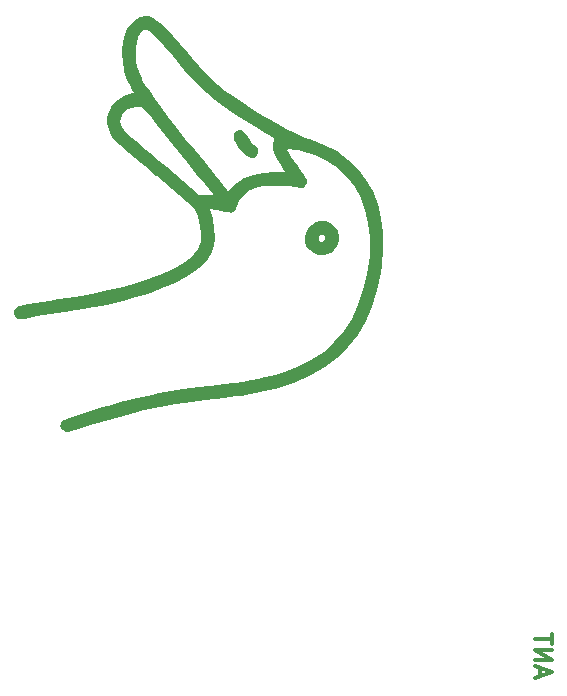
<source format=gbr>
%TF.GenerationSoftware,KiCad,Pcbnew,8.0.8*%
%TF.CreationDate,2025-03-23T00:17:45+01:00*%
%TF.ProjectId,am_receiver_v2,616d5f72-6563-4656-9976-65725f76322e,rev?*%
%TF.SameCoordinates,Original*%
%TF.FileFunction,Legend,Bot*%
%TF.FilePolarity,Positive*%
%FSLAX46Y46*%
G04 Gerber Fmt 4.6, Leading zero omitted, Abs format (unit mm)*
G04 Created by KiCad (PCBNEW 8.0.8) date 2025-03-23 00:17:45*
%MOMM*%
%LPD*%
G01*
G04 APERTURE LIST*
%ADD10C,0.300000*%
%ADD11C,0.000000*%
G04 APERTURE END LIST*
D10*
X70877742Y-86766917D02*
X70877742Y-86052632D01*
X70449171Y-86909774D02*
X71949171Y-86409774D01*
X71949171Y-86409774D02*
X70449171Y-85909774D01*
X70449171Y-85409775D02*
X71949171Y-85409775D01*
X71949171Y-85409775D02*
X70449171Y-84552632D01*
X70449171Y-84552632D02*
X71949171Y-84552632D01*
X71949171Y-84052631D02*
X71949171Y-83195489D01*
X70449171Y-83624060D02*
X71949171Y-83624060D01*
D11*
%TO.C,G\u002A\u002A\u002A*%
G36*
X37476670Y-30885449D02*
G01*
X37783799Y-30928953D01*
X38114270Y-31056684D01*
X38477753Y-31277004D01*
X38883913Y-31598285D01*
X39342420Y-32028891D01*
X39862939Y-32577190D01*
X40455138Y-33251548D01*
X41128686Y-34060333D01*
X41471549Y-34475788D01*
X42038978Y-35137282D01*
X42578769Y-35724720D01*
X43113348Y-36256745D01*
X43665142Y-36751999D01*
X44256580Y-37229123D01*
X44910087Y-37706758D01*
X45648092Y-38203548D01*
X46493021Y-38738135D01*
X47467301Y-39329160D01*
X47934718Y-39606637D01*
X48718078Y-40060224D01*
X49394458Y-40433780D01*
X49984935Y-40737942D01*
X50510584Y-40983350D01*
X50992484Y-41180643D01*
X51451708Y-41340461D01*
X52623949Y-41789307D01*
X53697994Y-42362407D01*
X54649209Y-43048340D01*
X55475095Y-43842699D01*
X56173150Y-44741074D01*
X56740875Y-45739060D01*
X57175768Y-46832245D01*
X57475330Y-48016223D01*
X57637060Y-49286586D01*
X57658458Y-50638924D01*
X57537023Y-52068830D01*
X57453802Y-52633671D01*
X57142165Y-54121197D01*
X56710959Y-55490469D01*
X56158672Y-56743050D01*
X55483793Y-57880500D01*
X54684811Y-58904381D01*
X53760212Y-59816258D01*
X52708488Y-60617691D01*
X51528126Y-61310239D01*
X50217613Y-61895470D01*
X48775438Y-62374940D01*
X47200092Y-62750215D01*
X47181175Y-62753942D01*
X46755370Y-62836507D01*
X46369255Y-62907714D01*
X45996812Y-62971189D01*
X45612034Y-63030561D01*
X45188906Y-63089458D01*
X44701418Y-63151508D01*
X44123557Y-63220340D01*
X43429310Y-63299581D01*
X42592666Y-63392859D01*
X41422713Y-63536892D01*
X40087665Y-63739739D01*
X38750444Y-63986970D01*
X37381331Y-64285125D01*
X35950605Y-64640743D01*
X34428545Y-65060362D01*
X32785432Y-65550520D01*
X32539531Y-65625926D01*
X32031022Y-65779815D01*
X31585125Y-65912026D01*
X31226597Y-66015366D01*
X30980197Y-66082643D01*
X30870684Y-66106666D01*
X30745872Y-66073851D01*
X30547368Y-65935964D01*
X30383920Y-65744655D01*
X30316000Y-65559568D01*
X30324147Y-65450108D01*
X30369115Y-65322822D01*
X30469534Y-65206567D01*
X30643386Y-65092052D01*
X30908647Y-64969984D01*
X31283296Y-64831072D01*
X31785309Y-64666023D01*
X32432666Y-64465544D01*
X33090373Y-64266300D01*
X33936162Y-64015296D01*
X34690420Y-63799393D01*
X35394010Y-63607537D01*
X36087797Y-63428682D01*
X36812650Y-63251776D01*
X37609430Y-63065772D01*
X38035691Y-62968593D01*
X38640769Y-62834463D01*
X39176952Y-62722663D01*
X39678157Y-62627654D01*
X40178302Y-62543897D01*
X40711308Y-62465856D01*
X41311091Y-62387991D01*
X42011570Y-62304764D01*
X42846666Y-62210638D01*
X43095970Y-62182787D01*
X44117405Y-62063932D01*
X44999753Y-61951992D01*
X45767415Y-61843075D01*
X46444790Y-61733286D01*
X47056280Y-61618731D01*
X47626284Y-61495518D01*
X48179203Y-61359754D01*
X49056228Y-61106064D01*
X50364511Y-60613304D01*
X51542157Y-60015663D01*
X52590998Y-59310901D01*
X53512863Y-58496773D01*
X54309582Y-57571038D01*
X54982986Y-56531453D01*
X55534904Y-55375777D01*
X55967168Y-54101767D01*
X56281608Y-52707180D01*
X56480053Y-51189774D01*
X56502093Y-50907077D01*
X56517582Y-49634987D01*
X56392443Y-48437675D01*
X56130180Y-47321600D01*
X55734297Y-46293229D01*
X55208297Y-45359019D01*
X54555684Y-44525435D01*
X53779962Y-43798937D01*
X52884634Y-43185988D01*
X51873203Y-42693050D01*
X51792396Y-42661106D01*
X51368840Y-42511095D01*
X50930308Y-42380064D01*
X50506009Y-42273953D01*
X50125152Y-42198704D01*
X49816947Y-42160259D01*
X49610605Y-42164557D01*
X49535333Y-42217540D01*
X49564609Y-42298092D01*
X49680151Y-42503605D01*
X49868261Y-42800764D01*
X50112662Y-43164840D01*
X50397077Y-43571106D01*
X50705228Y-43994831D01*
X50858904Y-44209015D01*
X51049664Y-44498383D01*
X51180250Y-44726782D01*
X51228666Y-44857944D01*
X51228073Y-44870859D01*
X51165616Y-45046315D01*
X51031671Y-45244245D01*
X50834676Y-45473265D01*
X50121504Y-45355233D01*
X49792462Y-45310089D01*
X49205364Y-45263219D01*
X48589594Y-45247687D01*
X47994008Y-45263027D01*
X47467462Y-45308774D01*
X47058809Y-45384458D01*
X46799491Y-45465191D01*
X46222585Y-45736228D01*
X45764820Y-46094069D01*
X45440687Y-46525527D01*
X45264675Y-47017414D01*
X45183744Y-47241053D01*
X45000210Y-47449028D01*
X44974136Y-47465717D01*
X44870311Y-47517047D01*
X44747217Y-47537610D01*
X44568393Y-47525710D01*
X44509117Y-47515636D01*
X44297376Y-47479651D01*
X43897704Y-47397738D01*
X43599229Y-47336890D01*
X43284187Y-47278130D01*
X43116856Y-47251960D01*
X43064082Y-47243705D01*
X42974134Y-47239644D01*
X42979771Y-47312606D01*
X43029183Y-47504990D01*
X43112581Y-47769692D01*
X43213282Y-48109819D01*
X43348519Y-48878422D01*
X43367496Y-49646509D01*
X43270894Y-50372582D01*
X43059392Y-51015142D01*
X42814990Y-51436734D01*
X42352276Y-51972573D01*
X41728928Y-52494577D01*
X40949716Y-53000044D01*
X40019413Y-53486273D01*
X38942789Y-53950560D01*
X37724617Y-54390207D01*
X36369666Y-54802511D01*
X35920360Y-54925493D01*
X35247993Y-55097668D01*
X34571071Y-55254685D01*
X33856835Y-55403228D01*
X33072528Y-55549980D01*
X32185391Y-55701624D01*
X31162666Y-55864844D01*
X30676156Y-55940992D01*
X30020325Y-56045118D01*
X29393099Y-56146255D01*
X28829171Y-56238751D01*
X28363240Y-56316953D01*
X28030000Y-56375210D01*
X27609273Y-56449086D01*
X27221002Y-56506503D01*
X26945506Y-56527402D01*
X26753818Y-56511684D01*
X26616972Y-56459249D01*
X26506000Y-56370000D01*
X26453647Y-56311457D01*
X26338514Y-56056676D01*
X26370549Y-55802647D01*
X26536957Y-55586475D01*
X26824940Y-55445258D01*
X26907807Y-55425511D01*
X27190546Y-55368164D01*
X27606087Y-55291303D01*
X28131177Y-55198861D01*
X28742563Y-55094768D01*
X29416992Y-54982954D01*
X30131209Y-54867350D01*
X30861963Y-54751885D01*
X31586000Y-54640492D01*
X32979580Y-54405441D01*
X34333409Y-54129366D01*
X35619254Y-53819121D01*
X36824447Y-53479200D01*
X37936322Y-53114098D01*
X38942211Y-52728311D01*
X39829445Y-52326334D01*
X40585359Y-51912662D01*
X41197284Y-51491790D01*
X41652552Y-51068214D01*
X41972149Y-50605071D01*
X42185718Y-50018112D01*
X42249012Y-49360515D01*
X42161639Y-48636922D01*
X41923209Y-47851984D01*
X41658396Y-47165635D01*
X38463698Y-44466974D01*
X38417233Y-44427718D01*
X37776575Y-43885344D01*
X37167650Y-43367840D01*
X36604436Y-42887224D01*
X36100916Y-42455513D01*
X35671068Y-42084724D01*
X35328874Y-41786874D01*
X35088313Y-41573982D01*
X34963365Y-41458064D01*
X34670450Y-41105995D01*
X34388396Y-40565502D01*
X34261992Y-39991278D01*
X34275630Y-39748532D01*
X35393697Y-39748532D01*
X35464869Y-40157241D01*
X35701317Y-40566814D01*
X36101525Y-40972251D01*
X36159620Y-41020903D01*
X36372346Y-41200013D01*
X36690579Y-41468689D01*
X37098155Y-41813254D01*
X37578910Y-42220035D01*
X38116682Y-42675358D01*
X38695306Y-43165549D01*
X39298618Y-43676932D01*
X42058237Y-46016702D01*
X42708166Y-46058412D01*
X42849992Y-46067182D01*
X43116856Y-46078189D01*
X43253067Y-46067973D01*
X43286182Y-46031708D01*
X43243752Y-45964561D01*
X43231826Y-45950419D01*
X42546703Y-45130673D01*
X41806511Y-44232240D01*
X41038958Y-43289522D01*
X40271753Y-42336918D01*
X39532605Y-41408831D01*
X38849221Y-40539662D01*
X38249311Y-39763811D01*
X38078275Y-39542859D01*
X37803527Y-39199363D01*
X37567664Y-38918443D01*
X37391438Y-38724511D01*
X37295602Y-38641977D01*
X37223887Y-38624418D01*
X37001603Y-38599831D01*
X36722575Y-38590317D01*
X36262743Y-38654533D01*
X35865706Y-38859581D01*
X35564876Y-39203059D01*
X35489319Y-39345695D01*
X35393697Y-39748532D01*
X34275630Y-39748532D01*
X34294977Y-39404165D01*
X34491089Y-38825014D01*
X34717452Y-38445447D01*
X35143091Y-37994327D01*
X35684821Y-37664126D01*
X36346962Y-37451645D01*
X36578258Y-37402212D01*
X36314958Y-36974295D01*
X36296897Y-36944624D01*
X35970383Y-36271538D01*
X35732964Y-35507930D01*
X35589723Y-34696853D01*
X35559595Y-34138166D01*
X36696116Y-34138166D01*
X36722983Y-34660020D01*
X36793008Y-35118666D01*
X36862564Y-35375605D01*
X37010650Y-35800784D01*
X37175446Y-36177000D01*
X37242728Y-36303001D01*
X37498166Y-36726516D01*
X37854644Y-37262678D01*
X38304180Y-37900986D01*
X38838794Y-38630942D01*
X39450502Y-39442046D01*
X40131328Y-40323801D01*
X40873288Y-41265705D01*
X41668401Y-42257262D01*
X42508688Y-43287971D01*
X43386167Y-44347333D01*
X43457666Y-44432982D01*
X43784549Y-44824624D01*
X44069557Y-45166202D01*
X44296025Y-45437738D01*
X44447289Y-45619252D01*
X44506685Y-45690766D01*
X44509117Y-45691863D01*
X44587269Y-45638531D01*
X44746942Y-45493619D01*
X44957017Y-45285152D01*
X45224855Y-45039554D01*
X45860370Y-44627739D01*
X46617955Y-44332936D01*
X47497281Y-44155254D01*
X48498026Y-44094803D01*
X49365718Y-44093333D01*
X49079300Y-43691166D01*
X48976414Y-43542727D01*
X48650748Y-43003388D01*
X48421828Y-42502358D01*
X48295835Y-42059556D01*
X48278948Y-41694900D01*
X48377345Y-41428311D01*
X48410895Y-41378406D01*
X48426542Y-41307730D01*
X48378534Y-41229735D01*
X48245936Y-41125412D01*
X48007813Y-40975752D01*
X47643229Y-40761748D01*
X46877847Y-40312234D01*
X45841951Y-39682055D01*
X44926657Y-39092426D01*
X44111355Y-38526628D01*
X43375433Y-37967944D01*
X42698281Y-37399656D01*
X42059286Y-36805045D01*
X41437839Y-36167394D01*
X40813329Y-35469985D01*
X40165144Y-34696099D01*
X40154453Y-34682993D01*
X39569922Y-33976296D01*
X39073587Y-33398152D01*
X38656279Y-32938847D01*
X38308830Y-32588668D01*
X38022065Y-32337901D01*
X37786819Y-32176833D01*
X37627818Y-32089432D01*
X37482062Y-32033434D01*
X37373394Y-32055953D01*
X37236837Y-32154331D01*
X37185350Y-32201112D01*
X37016327Y-32419590D01*
X36876963Y-32682915D01*
X36855653Y-32739624D01*
X36764336Y-33123341D01*
X36710529Y-33607730D01*
X36696116Y-34138166D01*
X35559595Y-34138166D01*
X35545746Y-33881360D01*
X35606115Y-33104502D01*
X35775915Y-32409333D01*
X35953288Y-32006939D01*
X36261361Y-31548678D01*
X36631135Y-31194571D01*
X37038708Y-30966247D01*
X37460178Y-30885333D01*
X37476670Y-30885449D01*
G37*
G36*
X52754749Y-48288599D02*
G01*
X53167767Y-48456628D01*
X53520631Y-48738848D01*
X53776023Y-49121171D01*
X53783770Y-49138391D01*
X53914541Y-49556212D01*
X53902901Y-49944317D01*
X53747499Y-50361210D01*
X53681470Y-50479432D01*
X53376550Y-50836197D01*
X52999961Y-51065833D01*
X52582796Y-51168796D01*
X52450469Y-51161583D01*
X52156147Y-51145538D01*
X51751104Y-50996516D01*
X51398759Y-50722181D01*
X51130203Y-50322988D01*
X51016430Y-49952715D01*
X51017669Y-49689241D01*
X52167074Y-49689241D01*
X52181796Y-49872772D01*
X52282054Y-49987484D01*
X52450469Y-50019498D01*
X52643379Y-49951890D01*
X52739541Y-49769879D01*
X52743180Y-49698102D01*
X52673384Y-49504721D01*
X52515497Y-49403766D01*
X52317637Y-49433593D01*
X52233108Y-49511305D01*
X52167074Y-49689241D01*
X51017669Y-49689241D01*
X51018586Y-49494268D01*
X51162656Y-49057460D01*
X51436345Y-48676470D01*
X51827353Y-48385478D01*
X51897514Y-48351469D01*
X52318892Y-48248850D01*
X52754749Y-48288599D01*
G37*
G36*
X45603596Y-40548938D02*
G01*
X45792332Y-40630505D01*
X45969455Y-40814656D01*
X46168774Y-41130000D01*
X46239676Y-41242503D01*
X46477772Y-41542340D01*
X46737193Y-41793893D01*
X46839553Y-41878209D01*
X46998783Y-42038816D01*
X47062702Y-42187988D01*
X47063483Y-42383900D01*
X47047714Y-42483735D01*
X46913743Y-42739291D01*
X46679692Y-42879414D01*
X46381005Y-42878420D01*
X46342237Y-42865911D01*
X46120187Y-42735612D01*
X45850146Y-42512854D01*
X45571514Y-42236064D01*
X45323694Y-41943667D01*
X45146088Y-41674092D01*
X45031670Y-41401354D01*
X44978383Y-41062463D01*
X45038316Y-40788110D01*
X45204075Y-40604374D01*
X45468273Y-40537333D01*
X45603596Y-40548938D01*
G37*
%TD*%
M02*

</source>
